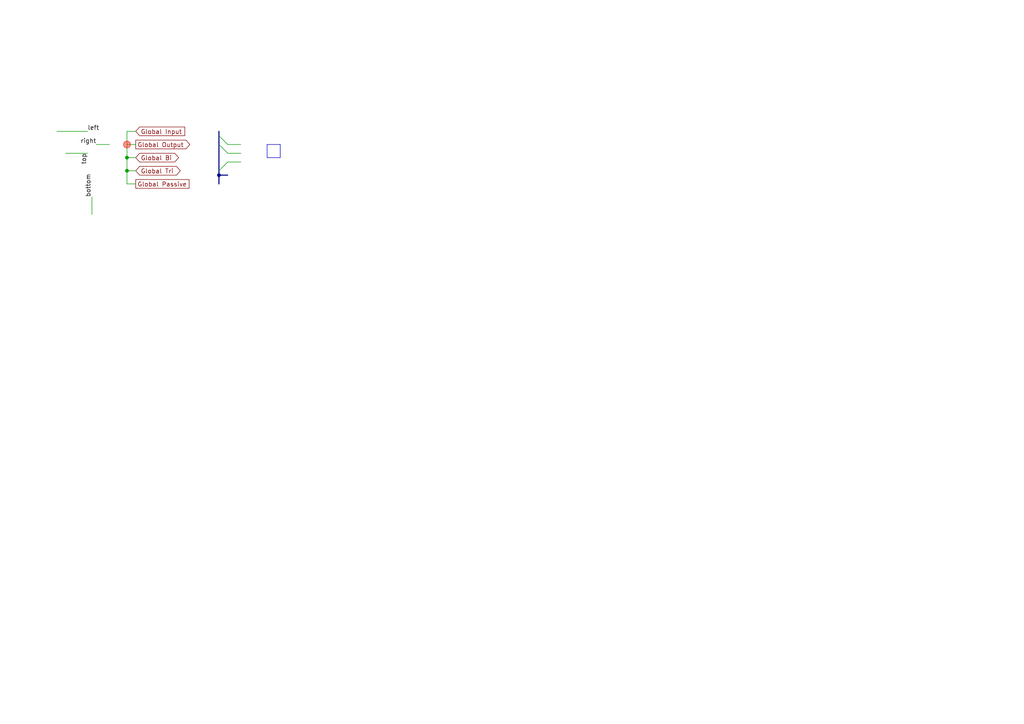
<source format=kicad_sch>
(kicad_sch (version 20230121) (generator eeschema)
  (paper "A4")
  (lib_symbols)
  (junction (at 63.5 50.8))
  (junction (at 36.83 41.91) (diameter 2) (color 255 31 20 0.47))
  (junction (at 36.83 49.53))
  (junction (at 36.83 45.72))
  (bus_entry (at 63.5 39.37) (size 2.54 2.54))
  (bus_entry (at 63.5 41.91) (size 2.54 2.54))
  (bus_entry (at 63.5 49.53) (size 2.54 -2.54))
  (bus (pts (xy 63.5 50.8) (xy 66.04 50.8)))
  (wire (pts (xy 27.94 41.91) (xy 31.75 41.91)))
  (bus (pts (xy 63.5 49.53) (xy 63.5 50.8)))
  (wire (pts (xy 19.05 44.45) (xy 25.4 44.45)))
  (wire (pts (xy 36.83 41.91) (xy 39.37 41.91)))
  (wire (pts (xy 39.37 38.1) (xy 36.83 38.1)))
  (polyline (pts (xy 77.47 41.91) (xy 77.47 45.72)))
  (wire (pts (xy 36.83 53.34) (xy 39.37 53.34)))
  (wire (pts (xy 66.04 44.45) (xy 69.85 44.45)))
  (wire (pts (xy 66.04 46.99) (xy 69.85 46.99)))
  (wire (pts (xy 36.83 45.72) (xy 36.83 49.53)))
  (polyline (pts (xy 81.28 41.91) (xy 81.28 45.72)))
  (wire (pts (xy 66.04 41.91) (xy 69.85 41.91)))
  (wire (pts (xy 36.83 41.91) (xy 36.83 45.72)))
  (bus (pts (xy 63.5 41.91) (xy 63.5 49.53)))
  (polyline (pts (xy 81.28 41.91) (xy 77.47 41.91)) (stroke (width 0) (type solid)))
  (bus (pts (xy 63.5 50.8) (xy 63.5 53.34)))
  (polyline (pts (xy 77.47 45.72) (xy 81.28 45.72)))
  (wire (pts (xy 26.67 57.15) (xy 26.67 62.23)))
  (bus (pts (xy 63.5 38.1) (xy 63.5 39.37)))
  (wire (pts (xy 36.83 45.72) (xy 39.37 45.72)))
  (wire (pts (xy 36.83 49.53) (xy 36.83 53.34)))
  (wire (pts (xy 16.51 38.1) (xy 25.4 38.1)))
  (bus (pts (xy 63.5 39.37) (xy 63.5 41.91)))
  (wire (pts (xy 36.83 49.53) (xy 39.37 49.53)))
  (wire (pts (xy 36.83 38.1) (xy 36.83 41.91)))
  (label "bottom" (at 26.67 57.15 90))
  (label "right" (at 27.94 41.91 180))
  (label "top" (at 25.4 44.45 270))
  (label "left" (at 25.4 38.1 0))
  (global_label "Global Passive" (shape passive) (at 39.37 53.34 0) (property "Intersheetrefs" "${INTERSHEET_REFS}" (effects hide)))
  (global_label "Global Output" (shape output) (at 39.37 41.91 0) (property "Intersheetrefs" "${INTERSHEET_REFS}" (effects hide)))
  (global_label "Global Input" (shape input) (at 39.37 38.1 0) (property "Intersheetrefs" "${INTERSHEET_REFS}" (effects hide)))
  (global_label "Global Bi" (shape bidirectional) (at 39.37 45.72 0) (property "Intersheetrefs" "${INTERSHEET_REFS}" (effects hide)))
  (global_label "Global Tri" (shape tri_state) (at 39.37 49.53 0) (property "Intersheetrefs" "${INTERSHEET_REFS}" (effects hide)))
)
</source>
